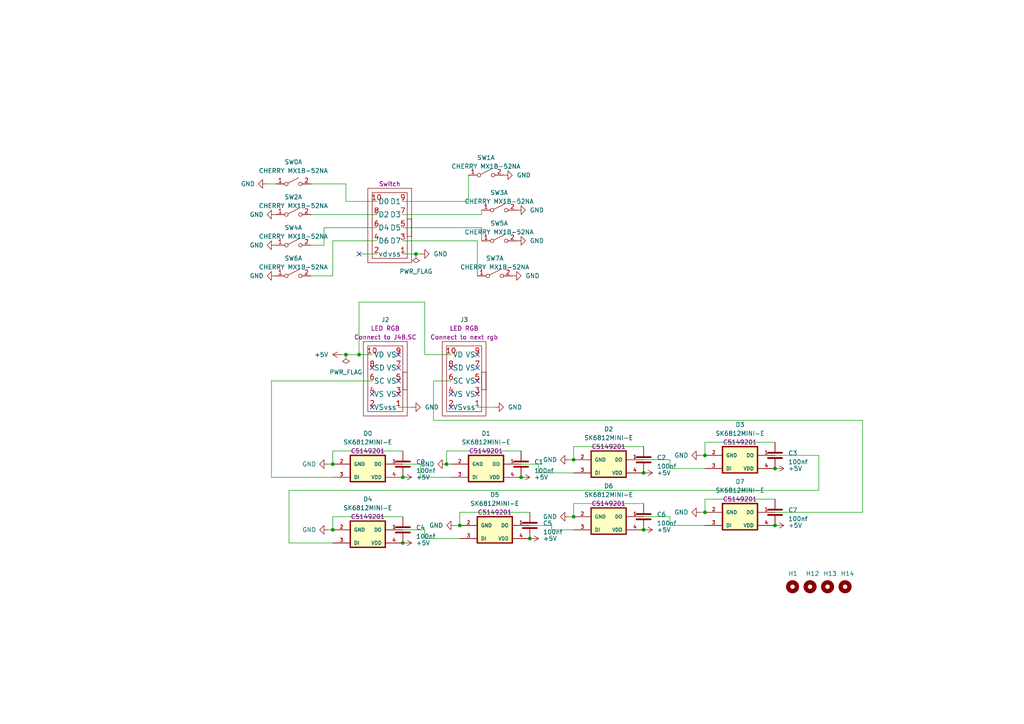
<source format=kicad_sch>
(kicad_sch (version 20230121) (generator eeschema)
  (paper "A4")
  (lib_symbols
    (symbol "IDC-Header_2x05_P2.54mm_Vertical_1"
      (property "Reference" "J2" (at 0 17.78 0))
      (property "Champ4" "LED RGB" (at 0 15.24 0))
      (property "Champ5" "Connect to J4B.SC" (at 0 12.7 0))
      (symbol "IDC-Header_2x05_P2.54mm_Vertical_1_0_1"
        (rectangle (start -6.35 -10.16) (end 6.35 11.43))
        (rectangle (start -5.08 -8.89) (end 5.08 10.16))
        (rectangle (start 5.08 -2.54) (end 6.35 2.54))
      )
      (symbol "IDC-Header_2x05_P2.54mm_Vertical_1_1_1"
        (pin passive line (at 3.81 -7.62 180) (length 0) (name "vss") (number "1"))
        (pin passive line (at -3.81 7.62 0) (length 0) (name "VD") (number "10"))
        (pin passive line (at -3.81 -7.62 0) (length 0) (name "VS") (number "2"))
        (pin passive line (at 3.81 -3.81 180) (length 0) (name "VS") (number "3"))
        (pin passive line (at -3.81 -3.81 0) (length 0) (name "VS") (number "4"))
        (pin passive line (at 3.81 0 180) (length 0) (name "VS") (number "5"))
        (pin passive line (at -3.81 0 0) (length 0) (name "SC") (number "6"))
        (pin passive line (at 3.81 3.81 180) (length 0) (name "VS") (number "7"))
        (pin passive line (at -3.81 3.81 0) (length 0) (name "SD") (number "8"))
        (pin passive line (at 3.81 7.62 180) (length 0) (name "VS") (number "9"))
      )
    )
    (symbol "Mechanical:MountingHole" (pin_names (offset 1.016))
      (property "Reference" "H" (at 0 5.08 0))
      (property "Value" "MountingHole" (at 0 3.175 0))
      (symbol "MountingHole_0_1"
        (circle (center 0 0) (radius 1.27) (stroke (width 1.27)))
      )
    )
    (symbol "Switch:SW_DPST_x2" (pin_names (offset 0) hide)
      (property "Reference" "SW" (at 0 3.175 0))
      (property "Value" "SW_DPST_x2" (at 0 -2.54 0))
      (symbol "SW_DPST_x2_0_0"
        (circle (center -2.032 0) (radius 0.508))
        (polyline (pts (xy -1.524 0.254) (xy 1.524 1.778)))
        (circle (center 2.032 0) (radius 0.508))
      )
      (symbol "SW_DPST_x2_1_1"
        (pin passive line (at -5.08 0 0) (length 2.54) (name "A") (number "1"))
        (pin passive line (at 5.08 0 180) (length 2.54) (name "B") (number "2"))
      )
      (symbol "SW_DPST_x2_2_1"
        (pin passive line (at -5.08 0 0) (length 2.54) (name "A") (number "3"))
        (pin passive line (at 5.08 0 180) (length 2.54) (name "B") (number "4"))
      )
    )
    (symbol "ksir_2023:C-100nf" (pin_numbers hide) (pin_names (offset 0.254))
      (property "Reference" "C1" (at 3.81 1.2701 0))
      (property "Value" "100nf" (at 3.81 -1.2699 0))
      (symbol "C-100nf_0_1"
        (polyline (pts (xy -2.032 -0.762) (xy 2.032 -0.762)) (stroke (width 0.508)))
        (polyline (pts (xy -2.032 0.762) (xy 2.032 0.762)) (stroke (width 0.508)))
      )
      (symbol "C-100nf_1_1"
        (pin passive line (at 0 3.81 270) (length 2.794) (name "~") (number "1"))
        (pin passive line (at 0 -3.81 90) (length 2.794) (name "~") (number "2"))
      )
    )
    (symbol "ksir_2023:IDC-Header_2x05_P2.54mm_Vertical"
      (property "Reference" "J?" (at 0 16.51 0))
      (property "Value" "IDC-Header_2x05_P2.54mm_Vertical" (at 0 13.97 0))
      (symbol "IDC-Header_2x05_P2.54mm_Vertical_0_1"
        (rectangle (start -6.35 -10.16) (end 6.35 11.43))
        (rectangle (start -5.08 -8.89) (end 5.08 10.16))
        (rectangle (start 5.08 -2.54) (end 6.35 2.54))
      )
      (symbol "IDC-Header_2x05_P2.54mm_Vertical_1_1"
        (pin passive line (at 3.81 -7.62 180) (length 0) (name "vss") (number "1"))
        (pin passive line (at -3.81 7.62 0) (length 0) (name "D0") (number "10"))
        (pin passive line (at -3.81 -7.62 0) (length 0) (name "vd") (number "2"))
        (pin passive line (at 3.81 -3.81 180) (length 0) (name "D7") (number "3"))
        (pin passive line (at -3.81 -3.81 0) (length 0) (name "D6") (number "4"))
        (pin passive line (at 3.81 0 180) (length 0) (name "D5") (number "5"))
        (pin passive line (at -3.81 0 0) (length 0) (name "D4") (number "6"))
        (pin passive line (at 3.81 3.81 180) (length 0) (name "D3") (number "7"))
        (pin passive line (at -3.81 3.81 0) (length 0) (name "D2") (number "8"))
        (pin passive line (at 3.81 7.62 180) (length 0) (name "D1") (number "9"))
      )
    )
    (symbol "ksir_2023:WS2812-2020_1" (pin_names (offset 1.016))
      (property "Reference" "D1" (at 0 8.89 0))
      (property "Value" "WS2812-2020" (at 0 6.35 0))
      (property "JLCPCB Part #" "C2976072" (at 0 0 0))
      (symbol "WS2812-2020_1_0_0"
        (rectangle (start -5.08 3.81) (end 5.08 -3.81) (stroke (width 0.4064)) (fill (type background)))
        (pin output line (at 10.16 1.27 180) (length 5.08) (name "DO") (number "1"))
        (pin power_in line (at -10.16 1.27 0) (length 5.08) (name "GND") (number "2"))
        (pin input line (at -10.16 -2.54 0) (length 5.08) (name "DI") (number "3"))
        (pin power_in line (at 10.16 -2.54 180) (length 5.08) (name "VDD") (number "4"))
      )
    )
    (symbol "power:+5V" (power) (pin_names (offset 0))
      (property "Value" "+5V" (at 0 3.556 0))
      (symbol "+5V_0_1"
        (polyline (pts (xy -0.762 1.27) (xy 0 2.54)))
        (polyline (pts (xy 0 0) (xy 0 2.54)))
        (polyline (pts (xy 0 2.54) (xy 0.762 1.27)))
      )
      (symbol "+5V_1_1"
        (pin power_in line (at 0 0 90) (length 0) hide (name "+5V") (number "1"))
      )
    )
    (symbol "power:GND" (power) (pin_names (offset 0))
      (property "Value" "GND" (at 0 -3.81 0))
      (symbol "GND_0_1"
        (polyline (pts (xy 0 0) (xy 0 -1.27) (xy 1.27 -1.27) (xy 0 -2.54) (xy -1.27 -1.27) (xy 0 -1.27)))
      )
      (symbol "GND_1_1"
        (pin power_in line (at 0 0 270) (length 0) hide (name "GND") (number "1"))
      )
    )
    (symbol "power:PWR_FLAG" (power) (pin_numbers hide) (pin_names (offset 0) hide)
      (property "Value" "PWR_FLAG" (at 0 3.81 0))
      (symbol "PWR_FLAG_0_0"
        (pin power_out line (at 0 0 90) (length 0) (name "pwr") (number "1"))
      )
      (symbol "PWR_FLAG_0_1"
        (polyline (pts (xy 0 0) (xy 0 1.27) (xy -1.016 1.905) (xy 0 2.54) (xy 1.016 1.905) (xy 0 1.27)))
      )
    )
  )
  (junction (at 129.54 134.62))
  (junction (at 104.14 102.87))
  (junction (at 133.35 152.4))
  (junction (at 186.69 137.16))
  (junction (at 100.33 102.87))
  (junction (at 96.52 134.62))
  (junction (at 224.79 135.89))
  (junction (at 166.37 149.86))
  (junction (at 116.84 138.43))
  (junction (at 151.13 138.43))
  (junction (at 96.52 153.67))
  (junction (at 153.67 156.21))
  (junction (at 166.37 133.35))
  (junction (at 204.47 148.59))
  (junction (at 224.79 152.4))
  (junction (at 116.84 157.48))
  (junction (at 186.69 153.67))
  (junction (at 120.65 73.66))
  (junction (at 204.47 132.08))
  (no_connect (at 115.57 102.87))
  (no_connect (at 138.43 102.87))
  (no_connect (at 107.95 106.68))
  (no_connect (at 115.57 114.3))
  (no_connect (at 115.57 110.49))
  (no_connect (at 104.14 73.66))
  (no_connect (at 138.43 114.3))
  (no_connect (at 115.57 106.68))
  (no_connect (at 130.81 118.11))
  (no_connect (at 138.43 110.49))
  (no_connect (at 130.81 106.68))
  (no_connect (at 138.43 106.68))
  (no_connect (at 107.95 114.3))
  (no_connect (at 130.81 114.3))
  (no_connect (at 107.95 118.11))
  (wire (pts (xy 95.25 153.67) (xy 96.52 153.67)))
  (wire (pts (xy 224.79 128.27) (xy 204.47 128.27)))
  (wire (pts (xy 100.33 58.42) (xy 100.33 53.34)))
  (wire (pts (xy 166.37 129.54) (xy 166.37 133.35)))
  (wire (pts (xy 194.31 149.86) (xy 194.31 152.4)))
  (wire (pts (xy 130.81 102.87) (xy 123.19 102.87)))
  (wire (pts (xy 78.74 110.49) (xy 78.74 138.43)))
  (wire (pts (xy 224.79 148.59) (xy 250.19 148.59)))
  (wire (pts (xy 104.14 102.87) (xy 107.95 102.87)))
  (wire (pts (xy 100.33 53.34) (xy 90.17 53.34)))
  (wire (pts (xy 83.82 142.24) (xy 83.82 157.48)))
  (wire (pts (xy 194.31 152.4) (xy 204.47 152.4)))
  (wire (pts (xy 104.14 87.63) (xy 104.14 102.87)))
  (wire (pts (xy 151.13 130.81) (xy 129.54 130.81)))
  (wire (pts (xy 138.43 69.85) (xy 138.43 80.01)))
  (wire (pts (xy 186.69 129.54) (xy 166.37 129.54)))
  (wire (pts (xy 153.67 152.4) (xy 160.02 152.4)))
  (wire (pts (xy 203.2 132.08) (xy 204.47 132.08)))
  (wire (pts (xy 96.52 130.81) (xy 96.52 134.62)))
  (wire (pts (xy 160.02 153.67) (xy 166.37 153.67)))
  (wire (pts (xy 160.02 152.4) (xy 160.02 153.67)))
  (wire (pts (xy 116.84 66.04) (xy 139.7 66.04)))
  (wire (pts (xy 204.47 128.27) (xy 204.47 132.08)))
  (wire (pts (xy 166.37 146.05) (xy 166.37 149.86)))
  (wire (pts (xy 119.38 118.11) (xy 115.57 118.11)))
  (wire (pts (xy 90.17 80.01) (xy 96.52 80.01)))
  (wire (pts (xy 123.19 102.87) (xy 123.19 87.63)))
  (wire (pts (xy 99.06 102.87) (xy 100.33 102.87)))
  (wire (pts (xy 77.47 53.34) (xy 80.01 53.34)))
  (wire (pts (xy 125.73 121.92) (xy 125.73 110.49)))
  (wire (pts (xy 139.7 66.04) (xy 139.7 69.85)))
  (wire (pts (xy 125.73 110.49) (xy 130.81 110.49)))
  (wire (pts (xy 156.21 137.16) (xy 166.37 137.16)))
  (wire (pts (xy 203.2 148.59) (xy 204.47 148.59)))
  (wire (pts (xy 153.67 148.59) (xy 133.35 148.59)))
  (wire (pts (xy 133.35 148.59) (xy 133.35 152.4)))
  (wire (pts (xy 186.69 146.05) (xy 166.37 146.05)))
  (wire (pts (xy 83.82 157.48) (xy 96.52 157.48)))
  (wire (pts (xy 121.92 73.66) (xy 120.65 73.66)))
  (wire (pts (xy 123.19 87.63) (xy 104.14 87.63)))
  (wire (pts (xy 116.84 149.86) (xy 96.52 149.86)))
  (wire (pts (xy 96.52 80.01) (xy 96.52 69.85)))
  (wire (pts (xy 116.84 134.62) (xy 121.92 134.62)))
  (wire (pts (xy 95.25 134.62) (xy 96.52 134.62)))
  (wire (pts (xy 93.98 66.04) (xy 109.22 66.04)))
  (wire (pts (xy 100.33 102.87) (xy 104.14 102.87)))
  (wire (pts (xy 186.69 133.35) (xy 194.31 133.35)))
  (wire (pts (xy 194.31 135.89) (xy 204.47 135.89)))
  (wire (pts (xy 143.51 118.11) (xy 138.43 118.11)))
  (wire (pts (xy 123.19 156.21) (xy 133.35 156.21)))
  (wire (pts (xy 109.22 58.42) (xy 100.33 58.42)))
  (wire (pts (xy 151.13 134.62) (xy 156.21 134.62)))
  (wire (pts (xy 123.19 153.67) (xy 123.19 156.21)))
  (wire (pts (xy 96.52 69.85) (xy 109.22 69.85)))
  (wire (pts (xy 78.74 138.43) (xy 96.52 138.43)))
  (wire (pts (xy 186.69 149.86) (xy 194.31 149.86)))
  (wire (pts (xy 129.54 134.62) (xy 130.81 134.62)))
  (wire (pts (xy 120.65 73.66) (xy 116.84 73.66)))
  (wire (pts (xy 116.84 62.23) (xy 139.7 62.23)))
  (wire (pts (xy 237.49 142.24) (xy 83.82 142.24)))
  (wire (pts (xy 250.19 121.92) (xy 125.73 121.92)))
  (wire (pts (xy 224.79 144.78) (xy 204.47 144.78)))
  (wire (pts (xy 237.49 132.08) (xy 237.49 142.24)))
  (wire (pts (xy 121.92 138.43) (xy 130.81 138.43)))
  (wire (pts (xy 194.31 133.35) (xy 194.31 135.89)))
  (wire (pts (xy 116.84 58.42) (xy 135.89 58.42)))
  (wire (pts (xy 204.47 144.78) (xy 204.47 148.59)))
  (wire (pts (xy 165.1 149.86) (xy 166.37 149.86)))
  (wire (pts (xy 116.84 153.67) (xy 123.19 153.67)))
  (wire (pts (xy 224.79 132.08) (xy 237.49 132.08)))
  (wire (pts (xy 116.84 130.81) (xy 96.52 130.81)))
  (wire (pts (xy 250.19 148.59) (xy 250.19 121.92)))
  (wire (pts (xy 90.17 62.23) (xy 109.22 62.23)))
  (wire (pts (xy 139.7 62.23) (xy 139.7 60.96)))
  (wire (pts (xy 121.92 134.62) (xy 121.92 138.43)))
  (wire (pts (xy 107.95 110.49) (xy 78.74 110.49)))
  (wire (pts (xy 135.89 58.42) (xy 135.89 50.8)))
  (wire (pts (xy 116.84 69.85) (xy 138.43 69.85)))
  (wire (pts (xy 132.08 152.4) (xy 133.35 152.4)))
  (wire (pts (xy 96.52 149.86) (xy 96.52 153.67)))
  (wire (pts (xy 156.21 134.62) (xy 156.21 137.16)))
  (wire (pts (xy 90.17 71.12) (xy 93.98 71.12)))
  (wire (pts (xy 129.54 130.81) (xy 129.54 134.62)))
  (wire (pts (xy 104.14 73.66) (xy 109.22 73.66)))
  (wire (pts (xy 93.98 71.12) (xy 93.98 66.04)))
  (wire (pts (xy 165.1 133.35) (xy 166.37 133.35)))
  (symbol (lib_id "power:GND") (at 80.01 62.23 270) (unit 1)
    (property "Reference" "#PWR01" (effects hide))
    (property "Value" "GND" (at 72.39 62.23 90) (effects (justify left)))
  )
  (symbol (lib_id "power:PWR_FLAG") (at 120.65 73.66 180) (unit 1)
    (property "Reference" "#FLG02" (effects hide))
    (property "Value" "PWR_FLAG" (at 120.65 78.74 0))
  )
  (symbol (lib_id "Switch:SW_DPST_x2") (at 140.97 50.8 0) (unit 1)
    (property "Reference" "SW1" (at 140.97 45.72 0))
    (property "Value" "CHERRY MX1B-52NA" (at 140.97 48.26 0))
    (property "Footprint" "ksir 2022:Cherry-MX-Low-Profile" (effects hide))
  )
  (symbol (lib_id "ksir_2023:WS2812-2020_1") (at 176.53 151.13 0) (unit 1)
    (property "Reference" "D6" (at 176.53 140.97 0))
    (property "Value" "SK6812MINI-E" (at 176.53 143.51 0))
    (property "Footprint" "ksir 2022:SK6812-MINI-E" (effects hide))
    (property "STANDARD" "Manufacturer Recommendations" (effects hide))
    (property "MANUFACTURER" "Worldsemi" (effects hide))
    (property "JLCPCB Part #" "C5149201" (at 176.53 146.05 0))
  )
  (symbol (lib_id "ksir_2023:WS2812-2020_1") (at 176.53 134.62 0) (unit 1)
    (property "Reference" "D2" (at 176.53 124.46 0))
    (property "Value" "SK6812MINI-E" (at 176.53 127 0))
    (property "Footprint" "ksir 2022:SK6812-MINI-E" (effects hide))
    (property "STANDARD" "Manufacturer Recommendations" (effects hide))
    (property "MANUFACTURER" "Worldsemi" (effects hide))
    (property "JLCPCB Part #" "C5149201" (at 176.53 129.54 0))
  )
  (symbol (lib_id "power:GND") (at 165.1 149.86 270) (unit 1)
    (property "Reference" "#PWR0127" (effects hide))
    (property "Value" "GND" (at 157.48 149.86 90) (effects (justify left)))
  )
  (symbol (lib_id "ksir_2023:WS2812-2020_1") (at 106.68 154.94 0) (unit 1)
    (property "Reference" "D4" (at 106.68 144.78 0))
    (property "Value" "SK6812MINI-E" (at 106.68 147.32 0))
    (property "Footprint" "ksir 2022:SK6812-MINI-E" (effects hide))
    (property "STANDARD" "Manufacturer Recommendations" (effects hide))
    (property "MANUFACTURER" "Worldsemi" (effects hide))
    (property "JLCPCB Part #" "C5149201" (at 106.68 149.86 0))
  )
  (symbol (lib_id "power:+5V") (at 116.84 138.43 270) (unit 1)
    (property "Reference" "#PWR0112" (effects hide))
    (property "Value" "+5V" (at 120.65 138.4299 90) (effects (justify left)))
  )
  (symbol (lib_id "ksir_2023:C-100nf") (at 151.13 134.62 0) (unit 1)
    (property "Reference" "C1" (at 154.94 133.985 0) (effects (justify left)))
    (property "Value" "100nf" (at 154.94 136.525 0) (effects (justify left)))
    (property "Footprint" "ksir 2022:CAPC1005X55N" (effects hide))
    (property "Champ4" "CL05B104KO5NNNC" (effects hide))
    (property "JLCPCB Part #" "C1525" (effects hide))
  )
  (symbol (lib_id "ksir_2023:WS2812-2020_1") (at 214.63 149.86 0) (unit 1)
    (property "Reference" "D7" (at 214.63 139.7 0))
    (property "Value" "SK6812MINI-E" (at 214.63 142.24 0))
    (property "Footprint" "ksir 2022:SK6812-MINI-E" (effects hide))
    (property "STANDARD" "Manufacturer Recommendations" (effects hide))
    (property "MANUFACTURER" "Worldsemi" (effects hide))
    (property "JLCPCB Part #" "C5149201" (at 214.63 144.78 0))
  )
  (symbol (lib_id "ksir_2023:C-100nf") (at 116.84 134.62 0) (unit 1)
    (property "Reference" "C0" (at 120.65 133.985 0) (effects (justify left)))
    (property "Value" "100nf" (at 120.65 136.525 0) (effects (justify left)))
    (property "Footprint" "Capacitor_SMD:C_0402_1005Metric" (effects hide))
    (property "Champ4" "CL05B104KO5NNNC" (effects hide))
    (property "JLCPCB Part #" "C1525" (effects hide))
  )
  (symbol (lib_id "ksir_2023:C-100nf") (at 186.69 133.35 0) (unit 1)
    (property "Reference" "C2" (at 190.5 132.715 0) (effects (justify left)))
    (property "Value" "100nf" (at 190.5 135.255 0) (effects (justify left)))
    (property "Footprint" "ksir 2022:CAPC1005X55N" (effects hide))
    (property "Champ4" "CL05B104KO5NNNC" (effects hide))
    (property "JLCPCB Part #" "C1525" (effects hide))
  )
  (symbol (lib_id "Switch:SW_DPST_x2") (at 85.09 62.23 0) (unit 1)
    (property "Reference" "SW2" (at 85.09 57.15 0))
    (property "Value" "CHERRY MX1B-52NA" (at 85.09 59.69 0))
    (property "Footprint" "ksir 2022:Cherry-MX-Low-Profile" (effects hide))
  )
  (symbol (lib_id "power:+5V") (at 153.67 156.21 270) (unit 1)
    (property "Reference" "#PWR0126" (effects hide))
    (property "Value" "+5V" (at 157.48 156.2099 90) (effects (justify left)))
  )
  (symbol (lib_id "power:GND") (at 95.25 134.62 270) (unit 1)
    (property "Reference" "#PWR0114" (effects hide))
    (property "Value" "GND" (at 87.63 134.62 90) (effects (justify left)))
  )
  (symbol (lib_id "power:GND") (at 203.2 132.08 270) (unit 1)
    (property "Reference" "#PWR0123" (effects hide))
    (property "Value" "GND" (at 195.58 132.08 90) (effects (justify left)))
  )
  (symbol (lib_id "power:GND") (at 129.54 134.62 270) (unit 1)
    (property "Reference" "#PWR0116" (effects hide))
    (property "Value" "GND" (at 121.92 134.62 90) (effects (justify left)))
  )
  (symbol (lib_id "Switch:SW_DPST_x2") (at 144.78 69.85 0) (unit 1)
    (property "Reference" "SW5" (at 144.78 64.77 0))
    (property "Value" "CHERRY MX1B-52NA" (at 144.78 67.31 0))
    (property "Footprint" "ksir 2022:Cherry-MX-Low-Profile" (effects hide))
  )
  (symbol (lib_id "power:GND") (at 119.38 118.11 90) (unit 1)
    (property "Reference" "#PWR0128" (effects hide))
    (property "Value" "GND" (at 123.19 118.1099 90) (effects (justify right)))
  )
  (symbol (lib_id "Mechanical:MountingHole") (at 234.95 170.18 0) (unit 1)
    (property "Reference" "H12" (at 233.68 166.37 0) (effects (justify left)))
    (property "Value" "MountingHole" (effects hide))
    (property "Footprint" "MountingHole:MountingHole_3mm" (effects hide))
  )
  (symbol (lib_id "power:+5V") (at 116.84 157.48 270) (unit 1)
    (property "Reference" "#PWR0113" (effects hide))
    (property "Value" "+5V" (at 120.65 157.4799 90) (effects (justify left)))
  )
  (symbol (lib_id "ksir_2023:C-100nf") (at 224.79 148.59 0) (unit 1)
    (property "Reference" "C7" (at 228.6 147.955 0) (effects (justify left)))
    (property "Value" "100nf" (at 228.6 150.495 0) (effects (justify left)))
    (property "Footprint" "ksir 2022:CAPC1005X55N" (effects hide))
    (property "Champ4" "CL05B104KO5NNNC" (effects hide))
    (property "JLCPCB Part #" "C1525" (effects hide))
  )
  (symbol (lib_id "Switch:SW_DPST_x2") (at 85.09 80.01 0) (unit 1)
    (property "Reference" "SW6" (at 85.09 74.93 0))
    (property "Value" "CHERRY MX1B-52NA" (at 85.09 77.47 0))
    (property "Footprint" "ksir 2022:Cherry-MX-Low-Profile" (effects hide))
  )
  (symbol (lib_id "power:+5V") (at 224.79 152.4 270) (unit 1)
    (property "Reference" "#PWR0118" (effects hide))
    (property "Value" "+5V" (at 228.6 152.3999 90) (effects (justify left)))
  )
  (symbol (lib_id "power:GND") (at 121.92 73.66 90) (unit 1)
    (property "Reference" "#PWR0101" (effects hide))
    (property "Value" "GND" (at 125.73 73.6599 90) (effects (justify right)))
  )
  (symbol (lib_id "power:GND") (at 149.86 69.85 90) (unit 1)
    (property "Reference" "#PWR06" (effects hide))
    (property "Value" "GND" (at 153.67 69.8499 90) (effects (justify right)))
  )
  (symbol (lib_id "power:GND") (at 203.2 148.59 270) (unit 1)
    (property "Reference" "#PWR0125" (effects hide))
    (property "Value" "GND" (at 195.58 148.59 90) (effects (justify left)))
  )
  (symbol (lib_id "Switch:SW_DPST_x2") (at 144.78 60.96 0) (unit 1)
    (property "Reference" "SW3" (at 144.78 55.88 0))
    (property "Value" "CHERRY MX1B-52NA" (at 144.78 58.42 0))
    (property "Footprint" "ksir 2022:Cherry-MX-Low-Profile" (effects hide))
  )
  (symbol (lib_id "Switch:SW_DPST_x2") (at 85.09 53.34 0) (unit 1)
    (property "Reference" "SW0" (at 85.09 46.99 0))
    (property "Value" "CHERRY MX1B-52NA" (at 85.09 49.53 0))
    (property "Footprint" "ksir 2022:Cherry-MX-Low-Profile" (effects hide))
  )
  (symbol (lib_id "ksir_2023:C-100nf") (at 116.84 153.67 0) (unit 1)
    (property "Reference" "C4" (at 120.65 153.035 0) (effects (justify left)))
    (property "Value" "100nf" (at 120.65 155.575 0) (effects (justify left)))
    (property "Footprint" "ksir 2022:CAPC1005X55N" (effects hide))
    (property "Champ4" "CL05B104KO5NNNC" (effects hide))
    (property "JLCPCB Part #" "C1525" (effects hide))
  )
  (symbol (lib_id "power:+5V") (at 99.06 102.87 90) (unit 1)
    (property "Reference" "#PWR0106" (effects hide))
    (property "Value" "+5V" (at 95.25 102.8699 90) (effects (justify left)))
  )
  (symbol (lib_id "power:+5V") (at 186.69 153.67 270) (unit 1)
    (property "Reference" "#PWR0122" (effects hide))
    (property "Value" "+5V" (at 190.5 153.6699 90) (effects (justify left)))
  )
  (symbol (lib_id "Mechanical:MountingHole") (at 229.87 170.18 0) (unit 1)
    (property "Reference" "H1" (at 228.6 166.37 0) (effects (justify left)))
    (property "Value" "MountingHole" (effects hide))
    (property "Footprint" "MountingHole:MountingHole_3mm" (effects hide))
  )
  (symbol (lib_name "IDC-Header_2x05_P2.54mm_Vertical_1") (lib_id "ksir_2023:IDC-Header_2x05_P2.54mm_Vertical") (at 111.76 110.49 0) (unit 1)
    (property "Reference" "J2" (at 111.76 92.71 0))
    (property "Value" "IDC-Header_2x05_P2.54mm_Vertical" (effects hide))
    (property "Footprint" "Connector_IDC:IDC-Header_2x05_P2.54mm_Vertical" (effects hide))
    (property "Champ4" "LED RGB" (at 111.76 95.25 0))
    (property "Champ5" "Connect to J4B.SC" (at 111.76 97.79 0))
  )
  (symbol (lib_id "power:GND") (at 148.59 80.01 90) (unit 1)
    (property "Reference" "#PWR07" (effects hide))
    (property "Value" "GND" (at 152.4 80.0099 90) (effects (justify right)))
  )
  (symbol (lib_id "Mechanical:MountingHole") (at 245.11 170.18 0) (unit 1)
    (property "Reference" "H14" (at 243.84 166.37 0) (effects (justify left)))
    (property "Value" "MountingHole" (effects hide))
    (property "Footprint" "MountingHole:MountingHole_3mm" (effects hide))
  )
  (symbol (lib_id "power:GND") (at 146.05 50.8 90) (unit 1)
    (property "Reference" "#PWR04" (effects hide))
    (property "Value" "GND" (at 149.86 50.7999 90) (effects (justify right)))
  )
  (symbol (lib_id "power:PWR_FLAG") (at 100.33 102.87 180) (unit 1)
    (property "Reference" "#FLG03" (effects hide))
    (property "Value" "PWR_FLAG" (at 100.33 107.95 0))
  )
  (symbol (lib_id "power:GND") (at 77.47 53.34 270) (unit 1)
    (property "Reference" "#PWR0110" (effects hide))
    (property "Value" "GND" (at 69.85 53.34 90) (effects (justify left)))
  )
  (symbol (lib_id "ksir_2023:WS2812-2020_1") (at 143.51 153.67 0) (unit 1)
    (property "Reference" "D5" (at 143.51 143.51 0))
    (property "Value" "SK6812MINI-E" (at 143.51 146.05 0))
    (property "Footprint" "ksir 2022:SK6812-MINI-E" (effects hide))
    (property "STANDARD" "Manufacturer Recommendations" (effects hide))
    (property "MANUFACTURER" "Worldsemi" (effects hide))
    (property "JLCPCB Part #" "C5149201" (at 143.51 148.59 0))
  )
  (symbol (lib_id "Switch:SW_DPST_x2") (at 143.51 80.01 0) (unit 1)
    (property "Reference" "SW7" (at 143.51 74.93 0))
    (property "Value" "CHERRY MX1B-52NA" (at 143.51 77.47 0))
    (property "Footprint" "ksir 2022:Cherry-MX-Low-Profile" (effects hide))
  )
  (symbol (lib_id "power:GND") (at 132.08 152.4 270) (unit 1)
    (property "Reference" "#PWR0117" (effects hide))
    (property "Value" "GND" (at 124.46 152.4 90) (effects (justify left)))
  )
  (symbol (lib_id "power:+5V") (at 151.13 138.43 270) (unit 1)
    (property "Reference" "#PWR0120" (effects hide))
    (property "Value" "+5V" (at 154.94 138.4299 90) (effects (justify left)))
  )
  (symbol (lib_id "ksir_2023:WS2812-2020_1") (at 106.68 135.89 0) (unit 1)
    (property "Reference" "D0" (at 106.68 125.73 0))
    (property "Value" "SK6812MINI-E" (at 106.68 128.27 0))
    (property "Footprint" "ksir 2022:SK6812-MINI-E" (effects hide))
    (property "STANDARD" "Manufacturer Recommendations" (effects hide))
    (property "MANUFACTURER" "Worldsemi" (effects hide))
    (property "JLCPCB Part #" "C5149201" (at 106.68 130.81 0))
  )
  (symbol (lib_id "Switch:SW_DPST_x2") (at 85.09 71.12 0) (unit 1)
    (property "Reference" "SW4" (at 85.09 66.04 0))
    (property "Value" "CHERRY MX1B-52NA" (at 85.09 68.58 0))
    (property "Footprint" "ksir 2022:Cherry-MX-Low-Profile" (effects hide))
  )
  (symbol (lib_id "ksir_2023:WS2812-2020_1") (at 140.97 135.89 0) (unit 1)
    (property "Reference" "D1" (at 140.97 125.73 0))
    (property "Value" "SK6812MINI-E" (at 140.97 128.27 0))
    (property "Footprint" "ksir 2022:SK6812-MINI-E" (effects hide))
    (property "STANDARD" "Manufacturer Recommendations" (effects hide))
    (property "MANUFACTURER" "Worldsemi" (effects hide))
    (property "JLCPCB Part #" "C5149201" (at 140.97 130.81 0))
  )
  (symbol (lib_id "power:GND") (at 80.01 80.01 270) (unit 1)
    (property "Reference" "#PWR03" (effects hide))
    (property "Value" "GND" (at 72.39 80.01 90) (effects (justify left)))
  )
  (symbol (lib_id "power:GND") (at 165.1 133.35 270) (unit 1)
    (property "Reference" "#PWR0121" (effects hide))
    (property "Value" "GND" (at 157.48 133.35 90) (effects (justify left)))
  )
  (symbol (lib_id "ksir_2023:IDC-Header_2x05_P2.54mm_Vertical") (at 113.03 66.04 0) (unit 1)
    (property "Reference" "J1" (effects hide))
    (property "Value" "IDC-Header_2x05_P2.54mm_Vertical" (effects hide))
    (property "Footprint" "Connector_IDC:IDC-Header_2x05_P2.54mm_Vertical" (effects hide))
    (property "Champ4" "Switch" (at 113.03 53.34 0))
  )
  (symbol (lib_id "ksir_2023:WS2812-2020_1") (at 214.63 133.35 0) (unit 1)
    (property "Reference" "D3" (at 214.63 123.19 0))
    (property "Value" "SK6812MINI-E" (at 214.63 125.73 0))
    (property "Footprint" "ksir 2022:SK6812-MINI-E" (effects hide))
    (property "STANDARD" "Manufacturer Recommendations" (effects hide))
    (property "MANUFACTURER" "Worldsemi" (effects hide))
    (property "JLCPCB Part #" "C5149201" (at 214.63 128.27 0))
  )
  (symbol (lib_id "power:+5V") (at 224.79 135.89 270) (unit 1)
    (property "Reference" "#PWR0119" (effects hide))
    (property "Value" "+5V" (at 228.6 135.8899 90) (effects (justify left)))
  )
  (symbol (lib_id "ksir_2023:C-100nf") (at 153.67 152.4 0) (unit 1)
    (property "Reference" "C5" (at 157.48 151.765 0) (effects (justify left)))
    (property "Value" "100nf" (at 157.48 154.305 0) (effects (justify left)))
    (property "Footprint" "ksir 2022:CAPC1005X55N" (effects hide))
    (property "Champ4" "CL05B104KO5NNNC" (effects hide))
    (property "JLCPCB Part #" "C1525" (effects hide))
  )
  (symbol (lib_id "power:GND") (at 95.25 153.67 270) (unit 1)
    (property "Reference" "#PWR0115" (effects hide))
    (property "Value" "GND" (at 87.63 153.67 90) (effects (justify left)))
  )
  (symbol (lib_id "power:+5V") (at 186.69 137.16 270) (unit 1)
    (property "Reference" "#PWR0124" (effects hide))
    (property "Value" "+5V" (at 190.5 137.1599 90) (effects (justify left)))
  )
  (symbol (lib_id "ksir_2023:C-100nf") (at 224.79 132.08 0) (unit 1)
    (property "Reference" "C3" (at 228.6 131.445 0) (effects (justify left)))
    (property "Value" "100nf" (at 228.6 133.985 0) (effects (justify left)))
    (property "Footprint" "ksir 2022:CAPC1005X55N" (effects hide))
    (property "Champ4" "CL05B104KO5NNNC" (effects hide))
    (property "JLCPCB Part #" "C1525" (effects hide))
  )
  (symbol (lib_id "Mechanical:MountingHole") (at 240.03 170.18 0) (unit 1)
    (property "Reference" "H13" (at 238.76 166.37 0) (effects (justify left)))
    (property "Value" "MountingHole" (effects hide))
    (property "Footprint" "MountingHole:MountingHole_3mm" (effects hide))
  )
  (symbol (lib_id "ksir_2023:C-100nf") (at 186.69 149.86 0) (unit 1)
    (property "Reference" "C6" (at 190.5 149.225 0) (effects (justify left)))
    (property "Value" "100nf" (at 190.5 151.765 0) (effects (justify left)))
    (property "Footprint" "ksir 2022:CAPC1005X55N" (effects hide))
    (property "Champ4" "CL05B104KO5NNNC" (effects hide))
    (property "JLCPCB Part #" "C1525" (effects hide))
  )
  (symbol (lib_name "IDC-Header_2x05_P2.54mm_Vertical_1") (lib_id "ksir_2023:IDC-Header_2x05_P2.54mm_Vertical") (at 134.62 110.49 0) (unit 1)
    (property "Reference" "J3" (at 134.62 92.71 0))
    (property "Value" "IDC-Header_2x05_P2.54mm_Vertical" (effects hide))
    (property "Footprint" "Connector_IDC:IDC-Header_2x05_P2.54mm_Vertical" (effects hide))
    (property "Champ4" "LED RGB" (at 134.62 95.25 0))
    (property "Champ5" "Connect to next rgb" (at 134.62 97.79 0))
  )
  (symbol (lib_id "power:GND") (at 143.51 118.11 90) (unit 1)
    (property "Reference" "#PWR0129" (effects hide))
    (property "Value" "GND" (at 147.32 118.1099 90) (effects (justify right)))
  )
  (symbol (lib_id "power:GND") (at 80.01 71.12 270) (unit 1)
    (property "Reference" "#PWR02" (effects hide))
    (property "Value" "GND" (at 72.39 71.12 90) (effects (justify left)))
  )
  (symbol (lib_id "power:GND") (at 149.86 60.96 90) (unit 1)
    (property "Reference" "#PWR05" (effects hide))
    (property "Value" "GND" (at 153.67 60.9599 90) (effects (justify right)))
  )
)
</source>
